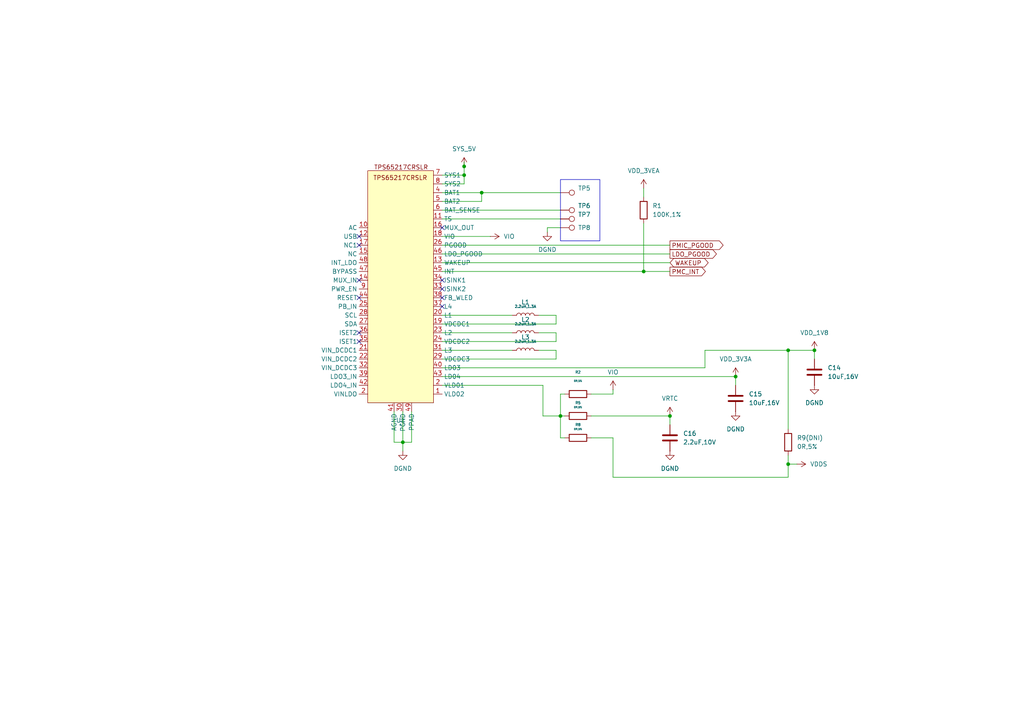
<source format=kicad_sch>
(kicad_sch (version 20231120) (generator "eeschema") (generator_version "8.0")
  (paper "A4")
  (lib_symbols
    (symbol "Connector:TestPoint" (pin_numbers hide) (pin_names (offset 0.762) hide)
      (property "Reference" "TP" (at 0 6.858 0))
      (property "Value" "TestPoint" (at 0 5.08 0))
      (symbol "TestPoint_0_1"
        (circle (center 0 3.302) (radius 0.762))
      )
      (symbol "TestPoint_1_1"
        (pin passive line (at 0 0 90) (length 2.54) (name "1") (number "1"))
      )
    )
    (symbol "Device:C" (pin_numbers hide) (pin_names (offset 0.254))
      (property "Reference" "C" (at 0.635 2.54 0))
      (property "Value" "C" (at 0.635 -2.54 0))
      (symbol "C_0_1"
        (polyline (pts (xy -2.032 -0.762) (xy 2.032 -0.762)) (stroke (width 0.508)))
        (polyline (pts (xy -2.032 0.762) (xy 2.032 0.762)) (stroke (width 0.508)))
      )
      (symbol "C_1_1"
        (pin passive line (at 0 3.81 270) (length 2.794) (name "~") (number "1"))
        (pin passive line (at 0 -3.81 90) (length 2.794) (name "~") (number "2"))
      )
    )
    (symbol "Device:L" (pin_numbers hide) (pin_names (offset 1.016) hide)
      (property "Reference" "L" (at -1.27 0 90))
      (property "Value" "L" (at 1.905 0 90))
      (symbol "L_0_1"
        (arc (start 0 -2.54) (mid 0.6323 -1.905) (end 0 -1.27))
        (arc (start 0 -1.27) (mid 0.6323 -0.635) (end 0 0))
        (arc (start 0 0) (mid 0.6323 0.635) (end 0 1.27))
        (arc (start 0 1.27) (mid 0.6323 1.905) (end 0 2.54))
      )
      (symbol "L_1_1"
        (pin passive line (at 0 3.81 270) (length 1.27) (name "1") (number "1"))
        (pin passive line (at 0 -3.81 90) (length 1.27) (name "2") (number "2"))
      )
    )
    (symbol "Device:R" (pin_numbers hide) (pin_names (offset 0))
      (property "Reference" "R" (at 2.032 0 90))
      (property "Value" "R" (at 0 0 90))
      (symbol "R_0_1"
        (rectangle (start -1.016 -2.54) (end 1.016 2.54) (stroke (width 0.254)))
      )
      (symbol "R_1_1"
        (pin passive line (at 0 3.81 270) (length 1.27) (name "~") (number "1"))
        (pin passive line (at 0 -3.81 90) (length 1.27) (name "~") (number "2"))
      )
    )
    (symbol "power:GND" (power) (pin_numbers hide) (pin_names (offset 0) hide)
      (property "Value" "DGND" (at 0 -5.08 0))
      (symbol "GND_0_1"
        (polyline (pts (xy 0 0) (xy 0 -1.27) (xy 1.27 -1.27) (xy 0 -2.54) (xy -1.27 -1.27) (xy 0 -1.27)))
      )
      (symbol "GND_1_1"
        (pin power_in line (at 0 0 270) (length 0) (name "~") (number "1"))
      )
    )
    (symbol "power:VCC" (power) (pin_numbers hide) (pin_names (offset 0) hide)
      (property "Value" "VCC" (at 0 3.556 0))
      (symbol "VCC_0_1"
        (polyline (pts (xy -0.762 1.27) (xy 0 2.54)))
        (polyline (pts (xy 0 0) (xy 0 2.54)))
        (polyline (pts (xy 0 2.54) (xy 0.762 1.27)))
      )
      (symbol "VCC_1_1"
        (pin power_in line (at 0 0 90) (length 0) (name "~") (number "1"))
      )
    )
    (symbol "power:VDD" (power) (pin_numbers hide) (pin_names (offset 0) hide)
      (property "Value" "VDD" (at 0 3.556 0))
      (symbol "VDD_0_1"
        (polyline (pts (xy -0.762 1.27) (xy 0 2.54)))
        (polyline (pts (xy 0 0) (xy 0 2.54)))
        (polyline (pts (xy 0 2.54) (xy 0.762 1.27)))
      )
      (symbol "VDD_1_1"
        (pin power_in line (at 0 0 90) (length 0) (name "~") (number "1"))
      )
    )
    (symbol "powermanagementchip:TPS65217CRSLR"
      (property "Reference" "U1" (at 9.525 -5.08 0))
      (property "Value" "~" (at 9.525 -6.35 0))
      (symbol "TPS65217CRSLR_1_1"
        (rectangle (start 0 67.31) (end 19.05 0) (fill (type color) (color 255 255 194 1)))
        (text "TPS65217CRSLR\n" (at 9.398 65.278 0) (effects (font (size 1.27 1.27))))
        (text "TPS65217CRSLR\n" (at 9.652 68.326 0) (effects (font (size 1.27 1.27))))
        (pin input line (at 19.05 2.54 0) (length 2.54) (name "VLD02") (number "1"))
        (pin input line (at 0 50.8 180) (length 2.54) (name "AC") (number "10"))
        (pin input line (at 19.05 53.34 0) (length 2.54) (name "TS") (number "11"))
        (pin input line (at 0 48.26 180) (length 2.54) (name "USB") (number "12"))
        (pin input line (at 19.05 40.64 0) (length 2.54) (name "WAKEUP") (number "13"))
        (pin input line (at 0 35.56 180) (length 2.54) (name "MUX_IN") (number "14"))
        (pin input line (at 0 43.18 180) (length 2.54) (name "NC") (number "15"))
        (pin input line (at 19.05 50.8 0) (length 2.54) (name "MUX_OUT") (number "16"))
        (pin input line (at 0 45.72 180) (length 2.54) (name "NC1") (number "17"))
        (pin input line (at 19.05 48.26 0) (length 2.54) (name "VIO") (number "18"))
        (pin input line (at 19.05 22.86 0) (length 2.54) (name "VDCDC1") (number "19"))
        (pin input line (at 0 2.54 180) (length 2.54) (name "VINLDO") (number "2"))
        (pin input line (at 19.05 5.08 0) (length 2.54) (name "VLD01") (number "2"))
        (pin input line (at 19.05 25.4 0) (length 2.54) (name "L1") (number "20"))
        (pin input line (at 0 15.24 180) (length 2.54) (name "VIN_DCDC1") (number "21"))
        (pin input line (at 0 12.7 180) (length 2.54) (name "VIN_DCDC2") (number "22"))
        (pin input line (at 19.05 20.32 0) (length 2.54) (name "L2") (number "23"))
        (pin input line (at 19.05 17.78 0) (length 2.54) (name "VDCDC2") (number "24"))
        (pin input line (at 0 27.94 180) (length 2.54) (name "PB_IN") (number "25"))
        (pin input line (at 19.05 45.72 0) (length 2.54) (name "PGOOD") (number "26"))
        (pin input line (at 0 22.86 180) (length 2.54) (name "SDA") (number "27"))
        (pin input line (at 0 25.4 180) (length 2.54) (name "SCL") (number "28"))
        (pin input line (at 19.05 12.7 0) (length 2.54) (name "VDCDC3") (number "29"))
        (pin input line (at 10.16 0 270) (length 2.54) (name "PGND") (number "30"))
        (pin input line (at 19.05 15.24 0) (length 2.54) (name "L3") (number "31"))
        (pin input line (at 0 10.16 180) (length 2.54) (name "VIN_DCDC3") (number "32"))
        (pin input line (at 19.05 33.02 0) (length 2.54) (name "ISINK2") (number "33"))
        (pin input line (at 19.05 35.56 0) (length 2.54) (name "ISINK1") (number "34"))
        (pin input line (at 0 17.78 180) (length 2.54) (name "ISET1") (number "35"))
        (pin input line (at 0 20.32 180) (length 2.54) (name "ISET2") (number "36"))
        (pin input line (at 19.05 27.94 0) (length 2.54) (name "L4") (number "37"))
        (pin input line (at 19.05 30.48 0) (length 2.54) (name "FB_WLED") (number "38"))
        (pin input line (at 0 7.62 180) (length 2.54) (name "LDO3_IN") (number "39"))
        (pin input line (at 19.05 60.96 0) (length 2.54) (name "BAT1") (number "4"))
        (pin input line (at 19.05 10.16 0) (length 2.54) (name "LD03") (number "40"))
        (pin input line (at 7.62 0 270) (length 2.54) (name "AGND") (number "41"))
        (pin input line (at 0 5.08 180) (length 2.54) (name "LDO4_IN") (number "42"))
        (pin input line (at 19.05 7.62 0) (length 2.54) (name "LD04") (number "43"))
        (pin input line (at 0 30.48 180) (length 2.54) (name "RESET") (number "44"))
        (pin input line (at 19.05 38.1 0) (length 2.54) (name "INT") (number "45"))
        (pin input line (at 19.05 43.18 0) (length 2.54) (name "LDO_PGOOD") (number "46"))
        (pin input line (at 0 38.1 180) (length 2.54) (name "BYPASS") (number "47"))
        (pin input line (at 0 40.64 180) (length 2.54) (name "INT_LDO") (number "48"))
        (pin input line (at 12.7 0 270) (length 2.54) (name "PPAD") (number "49"))
        (pin input line (at 19.05 58.42 0) (length 2.54) (name "BAT2") (number "5"))
        (pin input line (at 19.05 55.88 0) (length 2.54) (name "BAT_SENSE") (number "6"))
        (pin input line (at 19.05 66.04 0) (length 2.54) (name "SYS1") (number "7"))
        (pin input line (at 19.05 63.5 0) (length 2.54) (name "SYS2") (number "8"))
        (pin input line (at 0 33.02 180) (length 2.54) (name "PWR_EN") (number "9"))
      )
    )
  )
  (junction (at 194.31 120.65))
  (junction (at 236.22 101.6))
  (junction (at 162.56 120.65))
  (junction (at 116.84 128.27))
  (junction (at 228.6 134.62))
  (junction (at 134.62 48.26))
  (junction (at 134.62 50.8))
  (junction (at 139.7 55.88))
  (junction (at 186.69 78.74))
  (junction (at 213.36 109.22))
  (junction (at 228.6 101.6))
  (no_connect (at 104.14 71.12))
  (no_connect (at 128.27 86.36))
  (no_connect (at 128.27 88.9))
  (no_connect (at 128.27 81.28))
  (no_connect (at 104.14 96.52))
  (no_connect (at 104.14 99.06))
  (no_connect (at 104.14 86.36))
  (no_connect (at 128.27 66.04))
  (no_connect (at 104.14 68.58))
  (no_connect (at 104.14 81.28))
  (no_connect (at 128.27 83.82))
  (wire (pts (xy 128.27 91.44) (xy 148.59 91.44)))
  (wire (pts (xy 228.6 101.6) (xy 228.6 124.46)))
  (wire (pts (xy 162.56 120.65) (xy 163.83 120.65)))
  (wire (pts (xy 171.45 120.65) (xy 194.31 120.65)))
  (wire (pts (xy 236.22 101.6) (xy 236.22 104.14)))
  (wire (pts (xy 128.27 78.74) (xy 186.69 78.74)))
  (wire (pts (xy 171.45 114.3) (xy 177.8 114.3)))
  (wire (pts (xy 114.3 119.38) (xy 114.3 128.27)))
  (wire (pts (xy 157.48 111.76) (xy 157.48 120.65)))
  (wire (pts (xy 228.6 134.62) (xy 231.14 134.62)))
  (wire (pts (xy 134.62 50.8) (xy 134.62 53.34)))
  (wire (pts (xy 186.69 78.74) (xy 194.31 78.74)))
  (wire (pts (xy 139.7 55.88) (xy 162.56 55.88)))
  (wire (pts (xy 177.8 138.43) (xy 228.6 138.43)))
  (wire (pts (xy 158.75 66.04) (xy 158.75 67.31)))
  (wire (pts (xy 128.27 58.42) (xy 139.7 58.42)))
  (wire (pts (xy 134.62 48.26) (xy 134.62 50.8)))
  (wire (pts (xy 119.38 119.38) (xy 119.38 128.27)))
  (wire (pts (xy 186.69 54.61) (xy 186.69 57.15)))
  (wire (pts (xy 194.31 120.65) (xy 194.31 123.19)))
  (wire (pts (xy 228.6 134.62) (xy 228.6 138.43)))
  (wire (pts (xy 134.62 46.99) (xy 134.62 48.26)))
  (wire (pts (xy 186.69 64.77) (xy 186.69 78.74)))
  (wire (pts (xy 128.27 53.34) (xy 134.62 53.34)))
  (wire (pts (xy 204.47 101.6) (xy 228.6 101.6)))
  (wire (pts (xy 128.27 68.58) (xy 142.24 68.58)))
  (wire (pts (xy 116.84 119.38) (xy 116.84 128.27)))
  (wire (pts (xy 156.21 91.44) (xy 161.29 91.44)))
  (wire (pts (xy 128.27 60.96) (xy 162.56 60.96)))
  (wire (pts (xy 128.27 106.68) (xy 204.47 106.68)))
  (wire (pts (xy 128.27 76.2) (xy 194.31 76.2)))
  (wire (pts (xy 177.8 113.03) (xy 177.8 114.3)))
  (wire (pts (xy 161.29 99.06) (xy 161.29 96.52)))
  (wire (pts (xy 228.6 101.6) (xy 236.22 101.6)))
  (wire (pts (xy 128.27 111.76) (xy 157.48 111.76)))
  (wire (pts (xy 162.56 66.04) (xy 158.75 66.04)))
  (wire (pts (xy 128.27 96.52) (xy 148.59 96.52)))
  (wire (pts (xy 161.29 104.14) (xy 161.29 101.6)))
  (wire (pts (xy 204.47 106.68) (xy 204.47 101.6)))
  (wire (pts (xy 213.36 109.22) (xy 213.36 111.76)))
  (wire (pts (xy 156.21 96.52) (xy 161.29 96.52)))
  (wire (pts (xy 128.27 104.14) (xy 161.29 104.14)))
  (wire (pts (xy 128.27 55.88) (xy 139.7 55.88)))
  (wire (pts (xy 228.6 132.08) (xy 228.6 134.62)))
  (wire (pts (xy 116.84 128.27) (xy 119.38 128.27)))
  (wire (pts (xy 128.27 101.6) (xy 148.59 101.6)))
  (wire (pts (xy 162.56 114.3) (xy 163.83 114.3)))
  (wire (pts (xy 162.56 127) (xy 162.56 120.65)))
  (wire (pts (xy 128.27 109.22) (xy 213.36 109.22)))
  (wire (pts (xy 128.27 71.12) (xy 194.31 71.12)))
  (wire (pts (xy 157.48 120.65) (xy 162.56 120.65)))
  (wire (pts (xy 177.8 127) (xy 177.8 138.43)))
  (wire (pts (xy 171.45 127) (xy 177.8 127)))
  (wire (pts (xy 162.56 120.65) (xy 162.56 114.3)))
  (wire (pts (xy 161.29 93.98) (xy 161.29 91.44)))
  (wire (pts (xy 128.27 93.98) (xy 161.29 93.98)))
  (wire (pts (xy 156.21 101.6) (xy 161.29 101.6)))
  (wire (pts (xy 128.27 50.8) (xy 134.62 50.8)))
  (wire (pts (xy 128.27 99.06) (xy 161.29 99.06)))
  (wire (pts (xy 116.84 128.27) (xy 116.84 130.81)))
  (wire (pts (xy 128.27 73.66) (xy 194.31 73.66)))
  (wire (pts (xy 139.7 58.42) (xy 139.7 55.88)))
  (wire (pts (xy 128.27 63.5) (xy 162.56 63.5)))
  (wire (pts (xy 162.56 127) (xy 163.83 127)))
  (wire (pts (xy 114.3 128.27) (xy 116.84 128.27)))
  (rectangle (start 162.56 52.07) (end 173.99 69.85))
  (global_label "LDO_PGOOD" (shape output) (at 194.31 73.66 0) (property "Intersheetrefs" "${INTERSHEET_REFS}" (effects (hide yes))))
  (global_label "PMIC_PGOOD " (shape output) (at 194.31 71.12 0) (property "Intersheetrefs" "${INTERSHEET_REFS}" (effects (hide yes))))
  (global_label "PMC_INT" (shape output) (at 194.31 78.74 0) (property "Intersheetrefs" "${INTERSHEET_REFS}" (effects (hide yes))))
  (global_label "WAKEUP" (shape bidirectional) (at 194.31 76.2 0) (property "Intersheetrefs" "${INTERSHEET_REFS}" (effects (hide yes))))
  (symbol (lib_id "power:GND") (at 194.31 130.81 0) (unit 1)
    (property "Reference" "#PWR08" (effects (hide yes)))
    (property "Value" "DGND" (at 194.31 135.89 0))
    (property "Description" "Power symbol creates a global label with name \"GND\" , ground" (effects (hide yes)))
  )
  (symbol (lib_id "power:VCC") (at 142.24 68.58 270) (unit 1)
    (property "Reference" "#PWR04" (effects (hide yes)))
    (property "Value" "VIO" (at 146.05 68.5799 90) (effects (justify left)))
    (property "Description" "Power symbol creates a global label with name \"VCC\"" (effects (hide yes)))
  )
  (symbol (lib_id "power:VCC") (at 194.31 120.65 0) (unit 1)
    (property "Reference" "#PWR07" (effects (hide yes)))
    (property "Value" "VRTC" (at 194.31 115.57 0))
    (property "Description" "Power symbol creates a global label with name \"VCC\"" (effects (hide yes)))
  )
  (symbol (lib_id "power:VDD") (at 186.69 54.61 0) (unit 1)
    (property "Reference" "#PWR05" (effects (hide yes)))
    (property "Value" "VDD_3VEA" (at 186.69 49.53 0))
    (property "Description" "Power symbol creates a global label with name \"VDD\"" (effects (hide yes)))
  )
  (symbol (lib_id "Device:R") (at 167.64 127 90) (unit 1)
    (property "Reference" "R8" (at 167.64 123.19 90) (effects (font (size 0.762 0.762))))
    (property "Value" "0R,5%" (at 167.64 124.46 90) (effects (font (size 0.508 0.508))))
    (property "Description" "Resistor" (effects (hide yes)))
  )
  (symbol (lib_id "power:VCC") (at 213.36 109.22 0) (unit 1)
    (property "Reference" "#PWR09" (effects (hide yes)))
    (property "Value" "VDD_3V3A" (at 213.36 104.14 0))
    (property "Description" "Power symbol creates a global label with name \"VCC\"" (effects (hide yes)))
  )
  (symbol (lib_id "power:GND") (at 158.75 67.31 0) (unit 1)
    (property "Reference" "#PWR03" (effects (hide yes)))
    (property "Value" "DGND" (at 158.75 72.39 0))
    (property "Description" "Power symbol creates a global label with name \"GND\" , ground" (effects (hide yes)))
  )
  (symbol (lib_id "Connector:TestPoint") (at 162.56 55.88 270) (unit 1)
    (property "Reference" "TP5" (at 167.64 54.6099 90) (effects (justify left)))
    (property "Value" "TestPoint" (effects (hide yes)))
    (property "Description" "test point" (effects (hide yes)))
  )
  (symbol (lib_id "powermanagementchip:TPS65217CRSLR") (at 106.68 116.84 0) (unit 1)
    (property "Reference" "U1" (at 116.205 121.92 0))
    (property "Value" "~" (at 116.205 123.19 0))
  )
  (symbol (lib_id "Device:C") (at 213.36 115.57 0) (unit 1)
    (property "Reference" "C15" (at 217.17 114.2999 0) (effects (justify left)))
    (property "Value" "10uF,16V" (at 217.17 116.8399 0) (effects (justify left)))
    (property "Description" "Unpolarized capacitor" (effects (hide yes)))
  )
  (symbol (lib_id "power:VCC") (at 134.62 48.26 0) (unit 1)
    (property "Reference" "#PWR02" (effects (hide yes)))
    (property "Value" "SYS_5V" (at 134.62 43.18 0))
    (property "Description" "Power symbol creates a global label with name \"VCC\"" (effects (hide yes)))
  )
  (symbol (lib_id "power:VCC") (at 236.22 101.6 0) (unit 1)
    (property "Reference" "#PWR011" (effects (hide yes)))
    (property "Value" "VDD_1V8" (at 236.22 96.52 0))
    (property "Description" "Power symbol creates a global label with name \"VCC\"" (effects (hide yes)))
  )
  (symbol (lib_id "Connector:TestPoint") (at 162.56 63.5 270) (unit 1)
    (property "Reference" "TP7" (at 167.64 62.2299 90) (effects (justify left)))
    (property "Value" "TestPoint" (effects (hide yes)))
    (property "Description" "test point" (effects (hide yes)))
  )
  (symbol (lib_id "Device:L") (at 152.4 101.6 90) (unit 1)
    (property "Reference" "L3" (at 152.4 97.79 90))
    (property "Value" "2.2uH,1.3A" (at 152.4 99.06 90) (effects (font (size 0.762 0.762))))
    (property "Description" "Inductor" (effects (hide yes)))
  )
  (symbol (lib_id "power:GND") (at 116.84 130.81 0) (unit 1)
    (property "Reference" "#PWR01" (effects (hide yes)))
    (property "Value" "DGND" (at 116.84 135.89 0))
    (property "Description" "Power symbol creates a global label with name \"GND\" , ground" (effects (hide yes)))
  )
  (symbol (lib_id "Device:R") (at 186.69 60.96 0) (unit 1)
    (property "Reference" "R1" (at 189.23 59.6899 0) (effects (justify left)))
    (property "Value" "100K,1%" (at 189.23 62.2299 0) (effects (justify left)))
    (property "Description" "Resistor" (effects (hide yes)))
  )
  (symbol (lib_id "Device:C") (at 236.22 107.95 0) (unit 1)
    (property "Reference" "C14" (at 240.03 106.6799 0) (effects (justify left)))
    (property "Value" "10uF,16V" (at 240.03 109.2199 0) (effects (justify left)))
    (property "Description" "Unpolarized capacitor" (effects (hide yes)))
  )
  (symbol (lib_id "Connector:TestPoint") (at 162.56 66.04 270) (unit 1)
    (property "Reference" "TP8" (at 167.64 66.0399 90) (effects (justify left)))
    (property "Value" "TestPoint" (effects (hide yes)))
    (property "Description" "test point" (effects (hide yes)))
  )
  (symbol (lib_id "Device:C") (at 194.31 127 0) (unit 1)
    (property "Reference" "C16" (at 198.12 125.7299 0) (effects (justify left)))
    (property "Value" "2.2uF,10V" (at 198.12 128.2699 0) (effects (justify left)))
    (property "Description" "Unpolarized capacitor" (effects (hide yes)))
  )
  (symbol (lib_id "Connector:TestPoint") (at 162.56 60.96 270) (unit 1)
    (property "Reference" "TP6" (at 167.64 59.6899 90) (effects (justify left)))
    (property "Value" "TestPoint" (effects (hide yes)))
    (property "Description" "test point" (effects (hide yes)))
  )
  (symbol (lib_id "Device:R") (at 167.64 114.3 90) (unit 1)
    (property "Reference" "R2" (at 167.64 107.95 90) (effects (font (size 0.762 0.762))))
    (property "Value" "0R,5%" (at 167.64 110.49 90) (effects (font (size 0.508 0.508))))
    (property "Description" "Resistor" (effects (hide yes)))
  )
  (symbol (lib_id "power:VCC") (at 177.8 113.03 0) (unit 1)
    (property "Reference" "#PWR06" (effects (hide yes)))
    (property "Value" "VIO" (at 177.8 107.95 0))
    (property "Description" "Power symbol creates a global label with name \"VCC\"" (effects (hide yes)))
  )
  (symbol (lib_id "Device:R") (at 167.64 120.65 90) (unit 1)
    (property "Reference" "R5" (at 167.64 116.84 90) (effects (font (size 0.762 0.762))))
    (property "Value" "0R,5%" (at 167.64 118.11 90) (effects (font (size 0.508 0.508))))
    (property "Description" "Resistor" (effects (hide yes)))
  )
  (symbol (lib_id "Device:L") (at 152.4 96.52 90) (unit 1)
    (property "Reference" "L2" (at 152.4 92.71 90))
    (property "Value" "2.2uH,1.3A" (at 152.4 93.98 90) (effects (font (size 0.762 0.762))))
    (property "Description" "Inductor" (effects (hide yes)))
  )
  (symbol (lib_id "Device:R") (at 228.6 128.27 0) (unit 1)
    (property "Reference" "R9(DNI)" (at 231.14 126.9999 0) (effects (justify left)))
    (property "Value" "0R,5%" (at 231.14 129.5399 0) (effects (justify left)))
    (property "Description" "Resistor" (effects (hide yes)))
  )
  (symbol (lib_id "power:GND") (at 236.22 111.76 0) (unit 1)
    (property "Reference" "#PWR012" (effects (hide yes)))
    (property "Value" "DGND" (at 236.22 116.84 0))
    (property "Description" "Power symbol creates a global label with name \"GND\" , ground" (effects (hide yes)))
  )
  (symbol (lib_id "power:VCC") (at 231.14 134.62 270) (unit 1)
    (property "Reference" "#PWR013" (effects (hide yes)))
    (property "Value" "VDDS" (at 234.95 134.6199 90) (effects (justify left)))
    (property "Description" "Power symbol creates a global label with name \"VCC\"" (effects (hide yes)))
  )
  (symbol (lib_id "power:GND") (at 213.36 119.38 0) (unit 1)
    (property "Reference" "#PWR010" (effects (hide yes)))
    (property "Value" "DGND" (at 213.36 124.46 0))
    (property "Description" "Power symbol creates a global label with name \"GND\" , ground" (effects (hide yes)))
  )
  (symbol (lib_id "Device:L") (at 152.4 91.44 90) (unit 1)
    (property "Reference" "L1" (at 152.4 87.63 90))
    (property "Value" "2.2uH,1.3A" (at 152.4 88.9 90) (effects (font (size 0.762 0.762))))
    (property "Description" "Inductor" (effects (hide yes)))
  )
)
</source>
